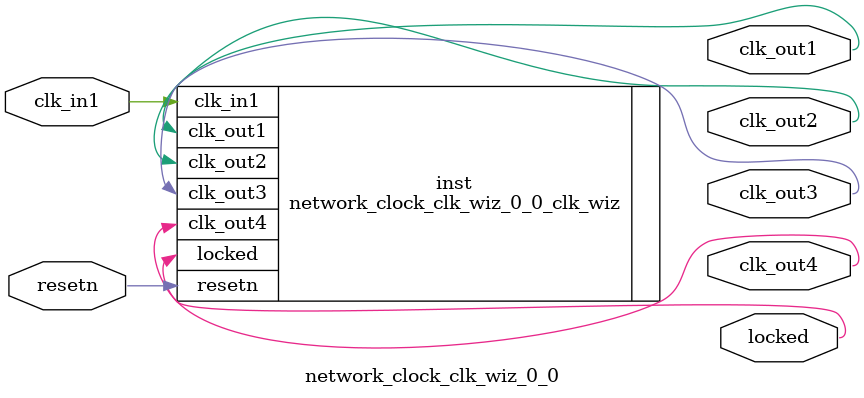
<source format=v>


`timescale 1ps/1ps

(* CORE_GENERATION_INFO = "network_clock_clk_wiz_0_0,clk_wiz_v6_0_6_0_0,{component_name=network_clock_clk_wiz_0_0,use_phase_alignment=true,use_min_o_jitter=false,use_max_i_jitter=false,use_dyn_phase_shift=false,use_inclk_switchover=false,use_dyn_reconfig=false,enable_axi=0,feedback_source=FDBK_AUTO,PRIMITIVE=MMCM,num_out_clk=4,clkin1_period=10.000,clkin2_period=10.000,use_power_down=false,use_reset=true,use_locked=true,use_inclk_stopped=false,feedback_type=SINGLE,CLOCK_MGR_TYPE=NA,manual_override=false}" *)

module network_clock_clk_wiz_0_0 
 (
  // Clock out ports
  output        clk_out1,
  output        clk_out2,
  output        clk_out3,
  output        clk_out4,
  // Status and control signals
  input         resetn,
  output        locked,
 // Clock in ports
  input         clk_in1
 );

  network_clock_clk_wiz_0_0_clk_wiz inst
  (
  // Clock out ports  
  .clk_out1(clk_out1),
  .clk_out2(clk_out2),
  .clk_out3(clk_out3),
  .clk_out4(clk_out4),
  // Status and control signals               
  .resetn(resetn), 
  .locked(locked),
 // Clock in ports
  .clk_in1(clk_in1)
  );

endmodule

</source>
